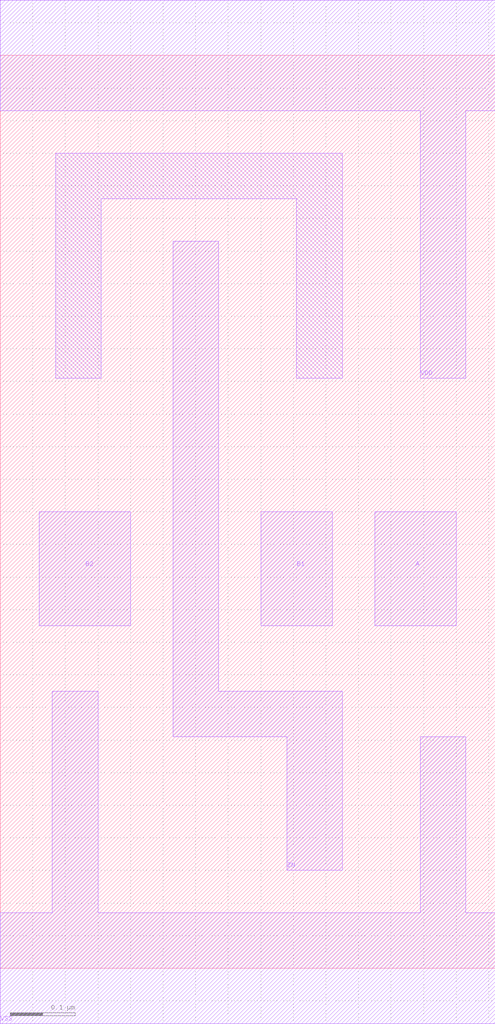
<source format=lef>
# 
# ******************************************************************************
# *                                                                            *
# *                   Copyright (C) 2004-2010, Nangate Inc.                    *
# *                           All rights reserved.                             *
# *                                                                            *
# * Nangate and the Nangate logo are trademarks of Nangate Inc.                *
# *                                                                            *
# * All trademarks, logos, software marks, and trade names (collectively the   *
# * "Marks") in this program are proprietary to Nangate or other respective    *
# * owners that have granted Nangate the right and license to use such Marks.  *
# * You are not permitted to use the Marks without the prior written consent   *
# * of Nangate or such third party that may own the Marks.                     *
# *                                                                            *
# * This file has been provided pursuant to a License Agreement containing     *
# * restrictions on its use. This file contains valuable trade secrets and     *
# * proprietary information of Nangate Inc., and is protected by U.S. and      *
# * international laws and/or treaties.                                        *
# *                                                                            *
# * The copyright notice(s) in this file does not indicate actual or intended  *
# * publication of this file.                                                  *
# *                                                                            *
# *     NGLibraryCreator, v2010.08-HR32-SP3-2010-08-05 - build 1009061800      *
# *                                                                            *
# ******************************************************************************
# 
# 
# Running on brazil06.nangate.com.br for user Giancarlo Franciscatto (gfr).
# Local time is now Fri, 3 Dec 2010, 19:32:18.
# Main process id is 27821.

VERSION 5.6 ;
BUSBITCHARS "[]" ;
DIVIDERCHAR "/" ;

MACRO AOI21_X1
  CLASS core ;
  FOREIGN AOI21_X1 0.0 0.0 ;
  ORIGIN 0 0 ;
  SYMMETRY X Y ;
  SITE FreePDK45_38x28_10R_NP_162NW_34O ;
  SIZE 0.76 BY 1.4 ;
  PIN A
    DIRECTION INPUT ;
    ANTENNAPARTIALMETALAREA 0.021875 LAYER metal1 ;
    ANTENNAPARTIALMETALSIDEAREA 0.078 LAYER metal1 ;
    ANTENNAGATEAREA 0.05225 ;
    PORT
      LAYER metal1 ;
        POLYGON 0.575 0.525 0.7 0.525 0.7 0.7 0.575 0.7  ;
    END
  END A
  PIN B1
    DIRECTION INPUT ;
    ANTENNAPARTIALMETALAREA 0.01925 LAYER metal1 ;
    ANTENNAPARTIALMETALSIDEAREA 0.0741 LAYER metal1 ;
    ANTENNAGATEAREA 0.05225 ;
    PORT
      LAYER metal1 ;
        POLYGON 0.4 0.525 0.51 0.525 0.51 0.7 0.4 0.7  ;
    END
  END B1
  PIN B2
    DIRECTION INPUT ;
    ANTENNAPARTIALMETALAREA 0.0245 LAYER metal1 ;
    ANTENNAPARTIALMETALSIDEAREA 0.0819 LAYER metal1 ;
    ANTENNAGATEAREA 0.05225 ;
    PORT
      LAYER metal1 ;
        POLYGON 0.06 0.525 0.2 0.525 0.2 0.7 0.06 0.7  ;
    END
  END B2
  PIN ZN
    DIRECTION OUTPUT ;
    ANTENNAPARTIALMETALAREA 0.083925 LAYER metal1 ;
    ANTENNAPARTIALMETALSIDEAREA 0.3185 LAYER metal1 ;
    ANTENNADIFFAREA 0.1463 ;
    PORT
      LAYER metal1 ;
        POLYGON 0.265 0.355 0.44 0.355 0.44 0.15 0.525 0.15 0.525 0.425 0.335 0.425 0.335 1.115 0.265 1.115  ;
    END
  END ZN
  PIN VDD
    DIRECTION INOUT ;
    USE power ;
    SHAPE ABUTMENT ;
    PORT
      LAYER metal1 ;
        POLYGON 0 1.315 0.525 1.315 0.645 1.315 0.645 0.905 0.715 0.905 0.715 1.315 0.76 1.315 0.76 1.485 0.525 1.485 0 1.485  ;
    END
  END VDD
  PIN VSS
    DIRECTION INOUT ;
    USE ground ;
    SHAPE ABUTMENT ;
    PORT
      LAYER metal1 ;
        POLYGON 0 -0.085 0.76 -0.085 0.76 0.085 0.715 0.085 0.715 0.355 0.645 0.355 0.645 0.085 0.15 0.085 0.15 0.425 0.08 0.425 0.08 0.085 0 0.085  ;
    END
  END VSS
  OBS
      LAYER metal1 ;
        POLYGON 0.085 0.905 0.155 0.905 0.155 1.18 0.455 1.18 0.455 0.905 0.525 0.905 0.525 1.25 0.085 1.25  ;
  END
END AOI21_X1

END LIBRARY
#
# End of file
#

</source>
